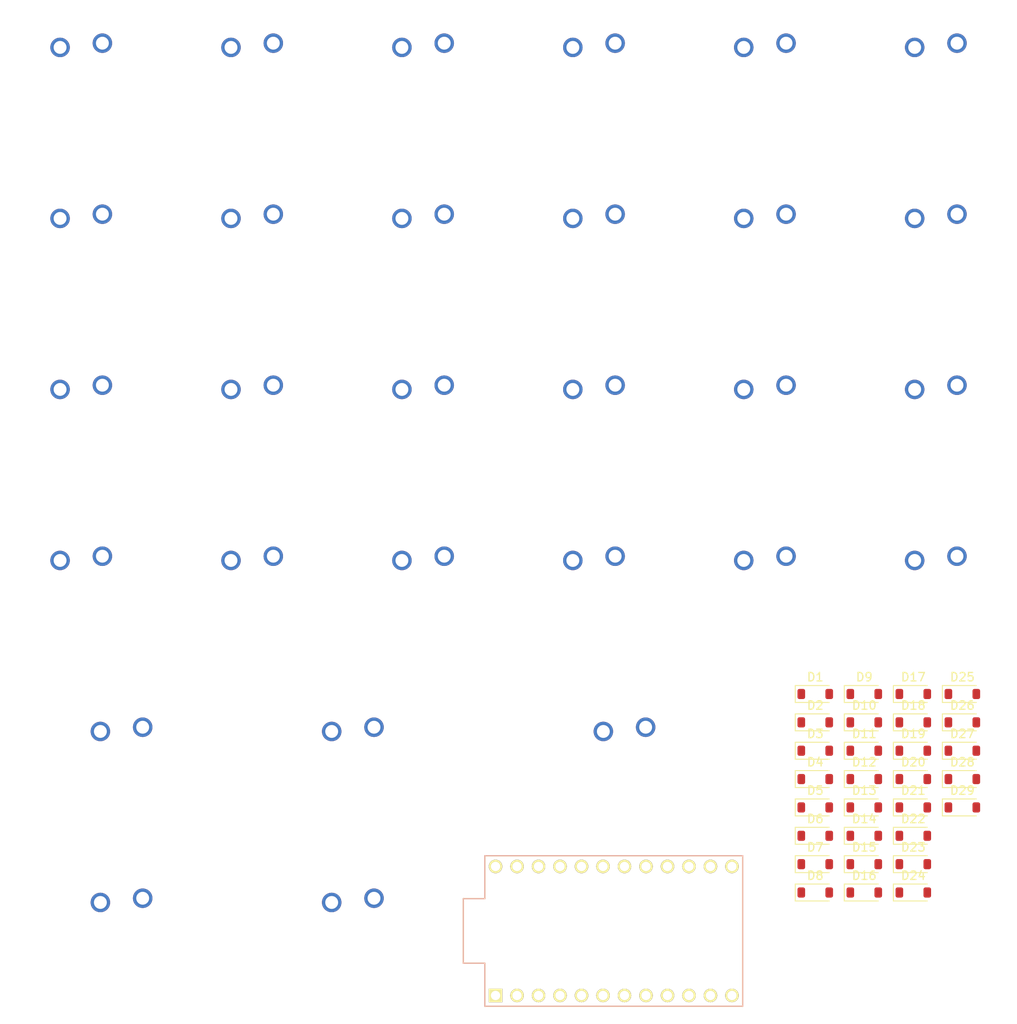
<source format=kicad_pcb>
(kicad_pcb (version 20221018) (generator pcbnew)
  (layers (0 "F.Cu" signal) (31 "B.Cu" signal) (34 "B.Paste" user) (35 "F.Paste" user) (36 "B.SilkS" user "B.Silkscreen") (37 "F.SilkS" user "F.Silkscreen") (38 "B.Mask" user) (39 "F.Mask" user) (44 "Edge.Cuts" user))
  (net 0 "")
  (net 1 "row0")
  (net 2 "Net-(D1-A)")
  (net 3 "Net-(D2-A)")
  (net 4 "Net-(D3-A)")
  (net 5 "Net-(D4-A)")
  (net 6 "Net-(D5-A)")
  (net 7 "Net-(D6-A)")
  (net 8 "Net-(D7-A)")
  (net 9 "Net-(D8-A)")
  (net 10 "Net-(D9-A)")
  (net 11 "row1")
  (net 12 "Net-(D10-A)")
  (net 13 "row2")
  (net 14 "Net-(D11-A)")
  (net 15 "Net-(D12-A)")
  (net 16 "Net-(D13-A)")
  (net 17 "Net-(D14-A)")
  (net 18 "Net-(D15-A)")
  (net 19 "Net-(D16-A)")
  (net 20 "Net-(D17-A)")
  (net 21 "Net-(D18-A)")
  (net 22 "Net-(D19-A)")
  (net 23 "Net-(D20-A)")
  (net 24 "Net-(D21-A)")
  (net 25 "Net-(D22-A)")
  (net 26 "Net-(D23-A)")
  (net 27 "Net-(D24-A)")
  (net 28 "Net-(D25-A)")
  (net 29 "Net-(D26-A)")
  (net 30 "Net-(D27-A)")
  (net 31 "Net-(D28-A)")
  (net 32 "Net-(D29-A)")
  (net 33 "col0")
  (net 34 "col1")
  (net 35 "col2")
  (net 36 "col3")
  (net 37 "col4")
  (net 38 "col5")
  (net 39 "col6")
  (net 40 "col7")
  (net 41 "col8")
  (net 42 "col9")
  (footprint "Alps_Solderable:Alps-Solderable-1U" (layer "F.Cu") (at 138.65 112.095)
    (fp_text reference "SW9")
    (fp_text value "SW_Push")
    (pad "1" thru_hole circle (at -2.5 -4) (size 2.3 2.3) (drill 1.524) (layers "*.Cu" "B.Mask") (net 32 "Net-(D29-A)"))
    (pad "2" thru_hole circle (at 2.5 -4.5) (size 2.3 2.3) (drill 1.524) (layers "*.Cu" "B.Mask") (net 41 "col8"))
  )
  (footprint "Alps_Solderable:Alps-Solderable-1U" (layer "F.Cu") (at 199.25 91.895)
    (fp_text reference "SW23")
    (fp_text value "SW_Push")
    (pad "1" thru_hole circle (at -2.5 -4) (size 2.3 2.3) (drill 1.524) (layers "*.Cu" "B.Mask") (net 26 "Net-(D23-A)"))
    (pad "2" thru_hole circle (at 2.5 -4.5) (size 2.3 2.3) (drill 1.524) (layers "*.Cu" "B.Mask") (net 39 "col6"))
  )
  (footprint "Alps_Solderable:Alps-Solderable-1U" (layer "F.Cu") (at 158.85 91.895)
    (fp_text reference "SW14")
    (fp_text value "SW_Push")
    (pad "1" thru_hole circle (at -2.5 -4) (size 2.3 2.3) (drill 1.524) (layers "*.Cu" "B.Mask") (net 20 "Net-(D17-A)"))
    (pad "2" thru_hole circle (at 2.5 -4.5) (size 2.3 2.3) (drill 1.524) (layers "*.Cu" "B.Mask") (net 36 "col3"))
  )
  (footprint "Diode_SMD:D_SOD-123" (layer "F.Cu") (at 216.79 137.27)
    (fp_text reference "D21" (at 0 -2) (layer "F.SilkS"))
    (fp_text value "D_Small")
    (fp_line (start -2.36 -1) (end -2.36 1) (stroke (width 0.12)) (layer "F.SilkS"))
    (fp_line (start -2.36 -1) (end 1.65 -1) (stroke (width 0.12)) (layer "F.SilkS"))
    (fp_line (start -2.36 1) (end 1.65 1) (stroke (width 0.12)) (layer "F.SilkS"))
    (pad "1" smd roundrect (at -1.65 0) (size 0.9 1.2) (layers "F.Cu" "F.Paste" "F.Mask") (net 13 "row2"))
    (pad "2" smd roundrect (at 1.65 0) (size 0.9 1.2) (layers "F.Cu" "F.Paste" "F.Mask") (net 24 "Net-(D21-A)"))
  )
  (footprint "Diode_SMD:D_SOD-123" (layer "F.Cu") (at 216.79 133.92)
    (fp_text reference "D20" (at 0 -2) (layer "F.SilkS"))
    (fp_text value "D_Small")
    (fp_line (start -2.36 -1) (end -2.36 1) (stroke (width 0.12)) (layer "F.SilkS"))
    (fp_line (start -2.36 -1) (end 1.65 -1) (stroke (width 0.12)) (layer "F.SilkS"))
    (fp_line (start -2.36 1) (end 1.65 1) (stroke (width 0.12)) (layer "F.SilkS"))
    (pad "1" smd roundrect (at -1.65 0) (size 0.9 1.2) (layers "F.Cu" "F.Paste" "F.Mask") (net 11 "row1"))
    (pad "2" smd roundrect (at 1.65 0) (size 0.9 1.2) (layers "F.Cu" "F.Paste" "F.Mask") (net 23 "Net-(D20-A)"))
  )
  (footprint "Alps_Solderable:Alps-Solderable-1U" (layer "F.Cu") (at 179.05 112.095)
    (fp_text reference "SW19")
    (fp_text value "SW_Push")
    (pad "1" thru_hole circle (at -2.5 -4) (size 2.3 2.3) (drill 1.524) (layers "*.Cu" "B.Mask") (net 21 "Net-(D18-A)"))
    (pad "2" thru_hole circle (at 2.5 -4.5) (size 2.3 2.3) (drill 1.524) (layers "*.Cu" "B.Mask") (net 37 "col4"))
  )
  (footprint "Diode_SMD:D_SOD-123" (layer "F.Cu") (at 205.2 143.97)
    (fp_text reference "D7" (at 0 -2) (layer "F.SilkS"))
    (fp_text value "D_Small")
    (fp_line (start -2.36 -1) (end -2.36 1) (stroke (width 0.12)) (layer "F.SilkS"))
    (fp_line (start -2.36 -1) (end 1.65 -1) (stroke (width 0.12)) (layer "F.SilkS"))
    (fp_line (start -2.36 1) (end 1.65 1) (stroke (width 0.12)) (layer "F.SilkS"))
    (pad "1" smd roundrect (at -1.65 0) (size 0.9 1.2) (layers "F.Cu" "F.Paste" "F.Mask") (net 1 "row0"))
    (pad "2" smd roundrect (at 1.65 0) (size 0.9 1.2) (layers "F.Cu" "F.Paste" "F.Mask") (net 8 "Net-(D7-A)"))
  )
  (footprint "Diode_SMD:D_SOD-123" (layer "F.Cu") (at 222.585 127.22)
    (fp_text reference "D26" (at 0 -2) (layer "F.SilkS"))
    (fp_text value "D_Small")
    (fp_line (start -2.36 -1) (end -2.36 1) (stroke (width 0.12)) (layer "F.SilkS"))
    (fp_line (start -2.36 -1) (end 1.65 -1) (stroke (width 0.12)) (layer "F.SilkS"))
    (fp_line (start -2.36 1) (end 1.65 1) (stroke (width 0.12)) (layer "F.SilkS"))
    (pad "1" smd roundrect (at -1.65 0) (size 0.9 1.2) (layers "F.Cu" "F.Paste" "F.Mask") (net 11 "row1"))
    (pad "2" smd roundrect (at 1.65 0) (size 0.9 1.2) (layers "F.Cu" "F.Paste" "F.Mask") (net 29 "Net-(D26-A)"))
  )
  (footprint "Diode_SMD:D_SOD-123" (layer "F.Cu") (at 210.995 127.22)
    (fp_text reference "D10" (at 0 -2) (layer "F.SilkS"))
    (fp_text value "D_Small")
    (fp_line (start -2.36 -1) (end -2.36 1) (stroke (width 0.12)) (layer "F.SilkS"))
    (fp_line (start -2.36 -1) (end 1.65 -1) (stroke (width 0.12)) (layer "F.SilkS"))
    (fp_line (start -2.36 1) (end 1.65 1) (stroke (width 0.12)) (layer "F.SilkS"))
    (pad "1" smd roundrect (at -1.65 0) (size 0.9 1.2) (layers "F.Cu" "F.Paste" "F.Mask") (net 11 "row1"))
    (pad "2" smd roundrect (at 1.65 0) (size 0.9 1.2) (layers "F.Cu" "F.Paste" "F.Mask") (net 12 "Net-(D10-A)"))
  )
  (footprint "Alps_Solderable:Alps-Solderable-1U" (layer "F.Cu") (at 179.05 51.495)
    (fp_text reference "SW16")
    (fp_text value "SW_Push")
    (pad "1" thru_hole circle (at -2.5 -4) (size 2.3 2.3) (drill 1.524) (layers "*.Cu" "B.Mask") (net 9 "Net-(D8-A)"))
    (pad "2" thru_hole circle (at 2.5 -4.5) (size 2.3 2.3) (drill 1.524) (layers "*.Cu" "B.Mask") (net 34 "col1"))
  )
  (footprint "Alps_Solderable:Alps-Solderable-1.5U" (layer "F.Cu") (at 123.2125 132.295)
    (fp_text reference "SW1")
    (fp_text value "SW_Push")
    (pad "1" thru_hole circle (at -2.5 -4) (size 2.3 2.3) (drill 1.524) (layers "*.Cu" "B.Mask") (net 14 "Net-(D11-A)"))
    (pad "2" thru_hole circle (at 2.5 -4.5) (size 2.3 2.3) (drill 1.524) (layers "*.Cu" "B.Mask") (net 33 "col0"))
  )
  (footprint "Alps_Solderable:Alps-Solderable-1U" (layer "F.Cu") (at 179.05 71.695)
    (fp_text reference "SW17")
    (fp_text value "SW_Push")
    (pad "1" thru_hole circle (at -2.5 -4) (size 2.3 2.3) (drill 1.524) (layers "*.Cu" "B.Mask") (net 8 "Net-(D7-A)"))
    (pad "2" thru_hole circle (at 2.5 -4.5) (size 2.3 2.3) (drill 1.524) (layers "*.Cu" "B.Mask") (net 35 "col2"))
  )
  (footprint "Diode_SMD:D_SOD-123" (layer "F.Cu") (at 216.79 127.22)
    (fp_text reference "D18" (at 0 -2) (layer "F.SilkS"))
    (fp_text value "D_Small")
    (fp_line (start -2.36 -1) (end -2.36 1) (stroke (width 0.12)) (layer "F.SilkS"))
    (fp_line (start -2.36 -1) (end 1.65 -1) (stroke (width 0.12)) (layer "F.SilkS"))
    (fp_line (start -2.36 1) (end 1.65 1) (stroke (width 0.12)) (layer "F.SilkS"))
    (pad "1" smd roundrect (at -1.65 0) (size 0.9 1.2) (layers "F.Cu" "F.Paste" "F.Mask") (net 11 "row1"))
    (pad "2" smd roundrect (at 1.65 0) (size 0.9 1.2) (layers "F.Cu" "F.Paste" "F.Mask") (net 21 "Net-(D18-A)"))
  )
  (footprint "Diode_SMD:D_SOD-123" (layer "F.Cu") (at 205.2 140.62)
    (fp_text reference "D6" (at 0 -2) (layer "F.SilkS"))
    (fp_text value "D_Small")
    (fp_line (start -2.36 -1) (end -2.36 1) (stroke (width 0.12)) (layer "F.SilkS"))
    (fp_line (start -2.36 -1) (end 1.65 -1) (stroke (width 0.12)) (layer "F.SilkS"))
    (fp_line (start -2.36 1) (end 1.65 1) (stroke (width 0.12)) (layer "F.SilkS"))
    (pad "1" smd roundrect (at -1.65 0) (size 0.9 1.2) (layers "F.Cu" "F.Paste" "F.Mask") (net 1 "row0"))
    (pad "2" smd roundrect (at 1.65 0) (size 0.9 1.2) (layers "F.Cu" "F.Paste" "F.Mask") (net 7 "Net-(D6-A)"))
  )
  (footprint "Diode_SMD:D_SOD-123" (layer "F.Cu") (at 222.585 133.92)
    (fp_text reference "D28" (at 0 -2) (layer "F.SilkS"))
    (fp_text value "D_Small")
    (fp_line (start -2.36 -1) (end -2.36 1) (stroke (width 0.12)) (layer "F.SilkS"))
    (fp_line (start -2.36 -1) (end 1.65 -1) (stroke (width 0.12)) (layer "F.SilkS"))
    (fp_line (start -2.36 1) (end 1.65 1) (stroke (width 0.12)) (layer "F.SilkS"))
    (pad "1" smd roundrect (at -1.65 0) (size 0.9 1.2) (layers "F.Cu" "F.Paste" "F.Mask") (net 13 "row2"))
    (pad "2" smd roundrect (at 1.65 0) (size 0.9 1.2) (layers "F.Cu" "F.Paste" "F.Mask") (net 31 "Net-(D28-A)"))
  )
  (footprint "Diode_SMD:D_SOD-123" (layer "F.Cu") (at 216.79 143.97)
    (fp_text reference "D23" (at 0 -2) (layer "F.SilkS"))
    (fp_text value "D_Small")
    (fp_line (start -2.36 -1) (end -2.36 1) (stroke (width 0.12)) (layer "F.SilkS"))
    (fp_line (start -2.36 -1) (end 1.65 -1) (stroke (width 0.12)) (layer "F.SilkS"))
    (fp_line (start -2.36 1) (end 1.65 1) (stroke (width 0.12)) (layer "F.SilkS"))
    (pad "1" smd roundrect (at -1.65 0) (size 0.9 1.2) (layers "F.Cu" "F.Paste" "F.Mask") (net 11 "row1"))
    (pad "2" smd roundrect (at 1.65 0) (size 0.9 1.2) (layers "F.Cu" "F.Paste" "F.Mask") (net 26 "Net-(D23-A)"))
  )
  (footprint "Alps_Solderable:Alps-Solderable-1U" (layer "F.Cu") (at 179.05 91.895)
    (fp_text reference "SW18")
    (fp_text value "SW_Push")
    (pad "1" thru_hole circle (at -2.5 -4) (size 2.3 2.3) (drill 1.524) (layers "*.Cu" "B.Mask") (net 7 "Net-(D6-A)"))
    (pad "2" thru_hole circle (at 2.5 -4.5) (size 2.3 2.3) (drill 1.524) (layers "*.Cu" "B.Mask") (net 36 "col3"))
  )
  (footprint "Diode_SMD:D_SOD-123" (layer "F.Cu") (at 216.79 147.32)
    (fp_text reference "D24" (at 0 -2) (layer "F.SilkS"))
    (fp_text value "D_Small")
    (fp_line (start -2.36 -1) (end -2.36 1) (stroke (width 0.12)) (layer "F.SilkS"))
    (fp_line (start -2.36 -1) (end 1.65 -1) (stroke (width 0.12)) (layer "F.SilkS"))
    (fp_line (start -2.36 1) (end 1.65 1) (stroke (width 0.12)) (layer "F.SilkS"))
    (pad "1" smd roundrect (at -1.65 0) (size 0.9 1.2) (layers "F.Cu" "F.Paste" "F.Mask") (net 13 "row2"))
    (pad "2" smd roundrect (at 1.65 0) (size 0.9 1.2) (layers "F.Cu" "F.Paste" "F.Mask") (net 27 "Net-(D24-A)"))
  )
  (footprint "promicro:ProMicro" (layer "F.Cu") (at 181.385 151.86)
    (fp_text reference "U1" hide)
    (fp_text value "ProMicro")
    (fp_line (start -17.78 -3.81) (end -15.24 -3.81) (stroke (width 0.15)) (layer "B.SilkS"))
    (fp_line (start -17.78 3.81) (end -17.78 -3.81) (stroke (width 0.15)) (layer "B.SilkS"))
    (fp_line (start -15.24 -8.89) (end 15.24 -8.89) (stroke (width 0.15)) (layer "B.SilkS"))
    (fp_line (start -15.24 -3.81) (end -15.24 -8.89) (stroke (width 0.15)) (layer "B.SilkS"))
    (fp_line (start -15.24 3.81) (end -17.78 3.81) (stroke (width 0.15)) (layer "B.SilkS"))
    (fp_line (start -15.24 8.89) (end -15.24 3.81) (stroke (width 0.15)) (layer "B.SilkS"))
    (fp_line (start 15.24 -8.89) (end 15.24 8.89) (stroke (width 0.15)) (layer "B.SilkS"))
    (fp_line (start 15.24 8.89) (end -15.24 8.89) (stroke (width 0.15)) (layer "B.SilkS"))
    (fp_line (start -17.78 -3.81) (end -15.24 -3.81) (stroke (width 0.15)) (layer "F.SilkS"))
    (fp_line (start -17.78 3.81) (end -17.78 -3.81) (stroke (width 0.15)) (layer "F.SilkS"))
    (fp_line (start -15.24 -8.89) (end 15.24 -8.89) (stroke (width 0.15)) (layer "F.SilkS"))
    (fp_line (start -15.24 -3.81) (end -15.24 -8.89) (stroke (width 0.15)) (layer "F.SilkS"))
    (fp_line (start -15.24 3.81) (end -17.78 3.81) (stroke (width 0.15)) (layer "F.SilkS"))
    (fp_line (start -15.24 8.89) (end -15.24 3.81) (stroke (width 0.15)) (layer "F.SilkS"))
    (fp_line (start -15.24 8.89) (end 15.24 8.89) (stroke (width 0.15)) (layer "F.SilkS"))
    (fp_line (start 15.24 -8.89) (end 15.24 8.89) (stroke (width 0.15)) (layer "F.SilkS"))
    (pad "1" thru_hole rect (at -13.97 7.62) (size 1.6 1.6) (drill 1.1) (layers "*.Cu" "*.Mask" "F.SilkS"))
    (pad "2" thru_hole circle (at -11.43 7.62) (size 1.6 1.6) (drill 1.1) (layers "*.Cu" "*.Mask" "F.SilkS"))
    (pad "3" thru_hole circle (at -8.89 7.62) (size 1.6 1.6) (drill 1.1) (layers "*.Cu" "*.Mask" "F.SilkS"))
    (pad "4" thru_hole circle (at -6.35 7.62) (size 1.6 1.6) (drill 1.1) (layers "*.Cu" "*.Mask" "F.SilkS"))
    (pad "5" thru_hole circle (at -3.81 7.62) (size 1.6 1.6) (drill 1.1) (layers "*.Cu" "*.Mask" "F.SilkS"))
    (pad "6" thru_hole circle (at -1.27 7.62) (size 1.6 1.6) (drill 1.1) (layers "*.Cu" "*.Mask" "F.SilkS"))
    (pad "7" thru_hole circle (at 1.27 7.62) (size 1.6 1.6) (drill 1.1) (layers "*.Cu" "*.Mask" "F.SilkS"))
    (pad "8" thru_hole circle (at 3.81 7.62) (size 1.6 1.6) (drill 1.1) (layers "*.Cu" "*.Mask" "F.SilkS"))
    (pad "9" thru_hole circle (at 6.35 7.62) (size 1.6 1.6) (drill 1.1) (layers "*.Cu" "*.Mask" "F.SilkS"))
    (pad "10" thru_hole circle (at 8.89 7.62) (size 1.6 1.6) (drill 1.1) (layers "*.Cu" "*.Mask" "F.SilkS"))
    (pad "11" thru_hole circle (at 11.43 7.62) (size 1.6 1.6) (drill 1.1) (layers "*.Cu" "*.Mask" "F.SilkS"))
    (pad "12" thru_hole circle (at 13.97 7.62) (size 1.6 1.6) (drill 1.1) (layers "*.Cu" "*.Mask" "F.SilkS"))
    (pad "13" thru_hole circle (at 13.97 -7.62) (size 1.6 1.6) (drill 1.1) (layers "*.Cu" "*.Mask" "F.SilkS"))
    (pad "14" thru_hole circle (at 11.43 -7.62) (size 1.6 1.6) (drill 1.1) (layers "*.Cu" "*.Mask" "F.SilkS"))
    (pad "15" thru_hole circle (at 8.89 -7.62) (size 1.6 1.6) (drill 1.1) (layers "*.Cu" "*.Mask" "F.SilkS"))
    (pad "16" thru_hole circle (at 6.35 -7.62) (size 1.6 1.6) (drill 1.1) (layers "*.Cu" "*.Mask" "F.SilkS"))
    (pad "17" thru_hole circle (at 3.81 -7.62) (size 1.6 1.6) (drill 1.1) (layers "*.Cu" "*.Mask" "F.SilkS"))
    (pad "18" thru_hole circle (at 1.27 -7.62) (size 1.6 1.6) (drill 1.1) (layers "*.Cu" "*.Mask" "F.SilkS"))
    (pad "19" thru_hole circle (at -1.27 -7.62) (size 1.6 1.6) (drill 1.1) (layers "*.Cu" "*.Mask" "F.SilkS"))
    (pad "20" thru_hole circle (at -3.81 -7.62) (size 1.6 1.6) (drill 1.1) (layers "*.Cu" "*.Mask" "F.SilkS"))
    (pad "21" thru_hole circle (at -6.35 -7.62) (size 1.6 1.6) (drill 1.1) (layers "*.Cu" "*.Mask" "F.SilkS"))
    (pad "22" thru_hole circle (at -8.89 -7.62) (size 1.6 1.6) (drill 1.1) (layers "*.Cu" "*.Mask" "F.SilkS"))
    (pad "23" thru_hole circle (at -11.43 -7.62) (size 1.6 1.6) (drill 1.1) (layers "*.Cu" "*.Mask" "F.SilkS"))
    (pad "24" thru_hole circle (at -13.97 -7.62) (size 1.6 1.6) (drill 1.1) (layers "*.Cu" "*.Mask" "F.SilkS"))
  )
  (footprint "Diode_SMD:D_SOD-123" (layer "F.Cu") (at 222.585 123.87)
    (fp_text reference "D25" (at 0 -2) (layer "F.SilkS"))
    (fp_text value "D_Small")
    (fp_line (start -2.36 -1) (end -2.36 1) (stroke (width 0.12)) (layer "F.SilkS"))
    (fp_line (start -2.36 -1) (end 1.65 -1) (stroke (width 0.12)) (layer "F.SilkS"))
    (fp_line (start -2.36 1) (end 1.65 1) (stroke (width 0.12)) (layer "F.SilkS"))
    (pad "1" smd roundrect (at -1.65 0) (size 0.9 1.2) (layers "F.Cu" "F.Paste" "F.Mask") (net 11 "row1"))
    (pad "2" smd roundrect (at 1.65 0) (size 0.9 1.2) (layers "F.Cu" "F.Paste" "F.Mask") (net 28 "Net-(D25-A)"))
  )
  (footprint "Alps_Solderable:Alps-Solderable-1U" (layer "F.Cu") (at 118.45 91.895)
    (fp_text reference "SW4")
    (fp_text value "SW_Push")
    (pad "1" thru_hole circle (at -2.5 -4) (size 2.3 2.3) (drill 1.524) (layers "*.Cu" "B.Mask") (net 19 "Net-(D16-A)"))
    (pad "2" thru_hole circle (at 2.5 -4.5) (size 2.3 2.3) (drill 1.524) (layers "*.Cu" "B.Mask") (net 36 "col3"))
  )
  (footprint "Diode_SMD:D_SOD-123" (layer "F.Cu") (at 205.2 137.27)
    (fp_text reference "D5" (at 0 -2) (layer "F.SilkS"))
    (fp_text value "D_Small")
    (fp_line (start -2.36 -1) (end -2.36 1) (stroke (width 0.12)) (layer "F.SilkS"))
    (fp_line (start -2.36 -1) (end 1.65 -1) (stroke (width 0.12)) (layer "F.SilkS"))
    (fp_line (start -2.36 1) (end 1.65 1) (stroke (width 0.12)) (layer "F.SilkS"))
    (pad "1" smd roundrect (at -1.65 0) (size 0.9 1.2) (layers "F.Cu" "F.Paste" "F.Mask") (net 1 "row0"))
    (pad "2" smd roundrect (at 1.65 0) (size 0.9 1.2) (layers "F.Cu" "F.Paste" "F.Mask") (net 6 "Net-(D5-A)"))
  )
  (footprint "Alps_Solderable:Alps-Solderable-1U" (layer "F.Cu") (at 158.85 112.095)
    (fp_text reference "SW15")
    (fp_text value "SW_Push")
    (pad "1" thru_hole circle (at -2.5 -4) (size 2.3 2.3) (drill 1.524) (layers "*.Cu" "B.Mask") (net 10 "Net-(D9-A)"))
    (pad "2" thru_hole circle (at 2.5 -4.5) (size 2.3 2.3) (drill 1.524) (layers "*.Cu" "B.Mask") (net 33 "col0"))
  )
  (footprint "Diode_SMD:D_SOD-123" (layer "F.Cu") (at 210.995 143.97)
    (fp_text reference "D15" (at 0 -2) (layer "F.SilkS"))
    (fp_text value "D_Small")
    (fp_line (start -2.36 -1) (end -2.36 1) (stroke (width 0.12)) (layer "F.SilkS"))
    (fp_line (start -2.36 -1) (end 1.65 -1) (stroke (width 0.12)) (layer "F.SilkS"))
    (fp_line (start -2.36 1) (end 1.65 1) (stroke (width 0.12)) (layer "F.SilkS"))
    (pad "1" smd roundrect (at -1.65 0) (size 0.9 1.2) (layers "F.Cu" "F.Paste" "F.Mask") (net 13 "row2"))
    (pad "2" smd roundrect (at 1.65 0) (size 0.9 1.2) (layers "F.Cu" "F.Paste" "F.Mask") (net 18 "Net-(D15-A)"))
  )
  (footprint "Alps_Solderable:Alps-Solderable-1U" (layer "F.Cu") (at 138.65 91.895)
    (fp_text reference "SW8")
    (fp_text value "SW_Push")
    (pad "1" thru_hole circle (at -2.5 -4) (size 2.3 2.3) (drill 1.524) (layers "*.Cu" "B.Mask") (net 27 "Net-(D24-A)"))
    (pad "2" thru_hole circle (at 2.5 -4.5) (size 2.3 2.3) (drill 1.524) (layers "*.Cu" "B.Mask") (net 40 "col7"))
  )
  (footprint "Alps_Solderable:Alps-Solderable-1.25U" (layer "F.Cu") (at 150.55125 152.495)
    (fp_text reference "SW20")
    (fp_text value "SW_Push")
    (pad "1" thru_hole circle (at -2.5 -4) (size 2.3 2.3) (drill 1.524) (layers "*.Cu" "B.Mask") (net 30 "Net-(D27-A)"))
    (pad "2" thru_hole circle (at 2.5 -4.5) (size 2.3 2.3) (drill 1.524) (layers "*.Cu" "B.Mask") (net 42 "col9"))
  )
  (footprint "Alps_Solderable:Alps-Solderable-1U" (layer "F.Cu") (at 118.45 112.095)
    (fp_text reference "SW5")
    (fp_text value "SW_Push")
    (pad "1" thru_hole circle (at -2.5 -4) (size 2.3 2.3) (drill 1.524) (layers "*.Cu" "B.Mask") (net 22 "Net-(D19-A)"))
    (pad "2" thru_hole circle (at 2.5 -4.5) (size 2.3 2.3) (drill 1.524) (layers "*.Cu" "B.Mask") (net 37 "col4"))
  )
  (footprint "Diode_SMD:D_SOD-123" (layer "F.Cu") (at 210.995 137.27)
    (fp_text reference "D13" (at 0 -2) (layer "F.SilkS"))
    (fp_text value "D_Small")
    (fp_line (start -2.36 -1) (end -2.36 1) (stroke (width 0.12)) (layer "F.SilkS"))
    (fp_line (start -2.36 -1) (end 1.65 -1) (stroke (width 0.12)) (layer "F.SilkS"))
    (fp_line (start -2.36 1) (end 1.65 1) (stroke (width 0.12)) (layer "F.SilkS"))
    (pad "1" smd roundrect (at -1.65 0) (size 0.9 1.2) (layers "F.Cu" "F.Paste" "F.Mask") (net 11 "row1"))
    (pad "2" smd roundrect (at 1.65 0) (size 0.9 1.2) (layers "F.Cu" "F.Paste" "F.Mask") (net 16 "Net-(D13-A)"))
  )
  (footprint "Diode_SMD:D_SOD-123" (layer "F.Cu") (at 216.79 130.57)
    (fp_text reference "D19" (at 0 -2) (layer "F.SilkS"))
    (fp_text value "D_Small")
    (fp_line (start -2.36 -1) (end -2.36 1) (stroke (width 0.12)) (layer "F.SilkS"))
    (fp_line (start -2.36 -1) (end 1.65 -1) (stroke (width 0.12)) (layer "F.SilkS"))
    (fp_line (start -2.36 1) (end 1.65 1) (stroke (width 0.12)) (layer "F.SilkS"))
    (pad "1" smd roundrect (at -1.65 0) (size 0.9 1.2) (layers "F.Cu" "F.Paste" "F.Mask") (net 13 "row2"))
    (pad "2" smd roundrect (at 1.65 0) (size 0.9 1.2) (layers "F.Cu" "F.Paste" "F.Mask") (net 22 "Net-(D19-A)"))
  )
  (footprint "Diode_SMD:D_SOD-123" (layer "F.Cu") (at 205.2 147.32)
    (fp_text reference "D8" (at 0 -2) (layer "F.SilkS"))
    (fp_text value "D_Small")
    (fp_line (start -2.36 -1) (end -2.36 1) (stroke (width 0.12)) (layer "F.SilkS"))
    (fp_line (start -2.36 -1) (end 1.65 -1) (stroke (width 0.12)) (layer "F.SilkS"))
    (fp_line (start -2.36 1) (end 1.65 1) (stroke (width 0.12)) (layer "F.SilkS"))
    (pad "1" smd roundrect (at -1.65 0) (size 0.9 1.2) (layers "F.Cu" "F.Paste" "F.Mask") (net 1 "row0"))
    (pad "2" smd roundrect (at 1.65 0) (size 0.9 1.2) (layers "F.Cu" "F.Paste" "F.Mask") (net 9 "Net-(D8-A)"))
  )
  (footprint "Diode_SMD:D_SOD-123" (layer "F.Cu") (at 205.2 133.92)
    (fp_text reference "D4" (at 0 -2) (layer "F.SilkS"))
    (fp_text value "D_Small")
    (fp_line (start -2.36 -1) (end -2.36 1) (stroke (width 0.12)) (layer "F.SilkS"))
    (fp_line (start -2.36 -1) (end 1.65 -1) (stroke (width 0.12)) (layer "F.SilkS"))
    (fp_line (start -2.36 1) (end 1.65 1) (stroke (width 0.12)) (layer "F.SilkS"))
    (pad "1" smd roundrect (at -1.65 0) (size 0.9 1.2) (layers "F.Cu" "F.Paste" "F.Mask") (net 1 "row0"))
    (pad "2" smd roundrect (at 1.65 0) (size 0.9 1.2) (layers "F.Cu" "F.Paste" "F.Mask") (net 5 "Net-(D4-A)"))
  )
  (footprint "Diode_SMD:D_SOD-123" (layer "F.Cu") (at 205.2 130.57)
    (fp_text reference "D3" (at 0 -2) (layer "F.SilkS"))
    (fp_text value "D_Small")
    (fp_line (start -2.36 -1) (end -2.36 1) (stroke (width 0.12)) (layer "F.SilkS"))
    (fp_line (start -2.36 -1) (end 1.65 -1) (stroke (width 0.12)) (layer "F.SilkS"))
    (fp_line (start -2.36 1) (end 1.65 1) (stroke (width 0.12)) (layer "F.SilkS"))
    (pad "1" smd roundrect (at -1.65 0) (size 0.9 1.2) (layers "F.Cu" "F.Paste" "F.Mask") (net 1 "row0"))
    (pad "2" smd roundrect (at 1.65 0) (size 0.9 1.2) (layers "F.Cu" "F.Paste" "F.Mask") (net 4 "Net-(D3-A)"))
  )
  (footprint "Alps_Solderable:Alps-Solderable-1U" (layer "F.Cu") (at 219.45 112.095)
    (fp_text reference "SW28")
    (fp_text value "SW_Push")
    (pad "1" thru_hole circle (at -2.5 -4) (size 2.3 2.3) (drill 1.524) (layers "*.Cu" "B.Mask") (net 6 "Net-(D5-A)"))
    (pad "2" thru_hole circle (at 2.5 -4.5) (size 2.3 2.3) (drill 1.524) (layers "*.Cu" "B.Mask") (net 42 "col9"))
  )
  (footprint "Diode_SMD:D_SOD-123" (layer "F.Cu") (at 210.995 133.92)
    (fp_text reference "D12" (at 0 -2) (layer "F.SilkS"))
    (fp_text value "D_Small")
    (fp_line (start -2.36 -1) (end -2.36 1) (stroke (width 0.12)) (layer "F.SilkS"))
    (fp_line (start -2.36 -1) (end 1.65 -1) (stroke (width 0.12)) (layer "F.SilkS"))
    (fp_line (start -2.36 1) (end 1.65 1) (stroke (width 0.12)) (layer "F.SilkS"))
    (pad "1" smd roundrect (at -1.65 0) (size 0.9 1.2) (layers "F.Cu" "F.Paste" "F.Mask") (net 13 "row2"))
    (pad "2" smd roundrect (at 1.65 0) (size 0.9 1.2) (layers "F.Cu" "F.Paste" "F.Mask") (net 15 "Net-(D12-A)"))
  )
  (footprint "Diode_SMD:D_SOD-123" (layer "F.Cu") (at 222.585 137.27)
    (fp_text reference "D29" (at 0 -2) (layer "F.SilkS"))
    (fp_text value "D_Small")
    (fp_line (start -2.36 -1) (end -2.36 1) (stroke (width 0.12)) (layer "F.SilkS"))
    (fp_line (start -2.36 -1) (end 1.65 -1) (stroke (width 0.12)) (layer "F.SilkS"))
    (fp_line (start -2.36 1) (end 1.65 1) (stroke (width 0.12)) (layer "F.SilkS"))
    (pad "1" smd roundrect (at -1.65 0) (size 0.9 1.2) (layers "F.Cu" "F.Paste" "F.Mask") (net 13 "row2"))
    (pad "2" smd roundrect (at 1.65 0) (size 0.9 1.2) (layers "F.Cu" "F.Paste" "F.Mask") (net 32 "Net-(D29-A)"))
  )
  (footprint "Alps_Solderable:Alps-Solderable-2U" (layer "F.Cu") (at 182.655 132.295)
    (fp_text reference "SW29")
    (fp_text value "SW_Push")
    (pad "1" thru_hole circle (at -2.5 -4) (size 2.3 2.3) (drill 1.524) (layers "*.Cu" "B.Mask") (net 2 "Net-(D1-A)"))
    (pad "2" thru_hole circle (at 2.5 -4.5) (size 2.3 2.3) (drill 1.524) (layers "*.Cu" "B.Mask") (net 37 "col4"))
  )
  (footprint "Alps_Solderable:Alps-Solderable-1U" (layer "F.Cu") (at 138.65 51.495)
    (fp_text reference "SW6")
    (fp_text value "SW_Push")
    (pad "1" thru_hole circle (at -2.5 -4) (size 2.3 2.3) (drill 1.524) (layers "*.Cu" "B.Mask") (net 24 "Net-(D21-A)"))
    (pad "2" thru_hole circle (at 2.5 -4.5) (size 2.3 2.3) (drill 1.524) (layers "*.Cu" "B.Mask") (net 38 "col5"))
  )
  (footprint "Alps_Solderable:Alps-Solderable-1U" (layer "F.Cu") (at 219.45 71.695)
    (fp_text reference "SW26")
    (fp_text value "SW_Push")
    (pad "1" thru_hole circle (at -2.5 -4) (size 2.3 2.3) (drill 1.524) (layers "*.Cu" "B.Mask") (net 4 "Net-(D3-A)"))
    (pad "2" thru_hole circle (at 2.5 -4.5) (size 2.3 2.3) (drill 1.524) (layers "*.Cu" "B.Mask") (net 40 "col7"))
  )
  (footprint "Alps_Solderable:Alps-Solderable-1U" (layer "F.Cu") (at 219.45 91.895)
    (fp_text reference "SW27")
    (fp_text value "SW_Push")
    (pad "1" thru_hole circle (at -2.5 -4) (size 2.3 2.3) (drill 1.524) (layers "*.Cu" "B.Mask") (net 5 "Net-(D4-A)"))
    (pad "2" thru_hole circle (at 2.5 -4.5) (size 2.3 2.3) (drill 1.524) (layers "*.Cu" "B.Mask") (net 41 "col8"))
  )
  (footprint "Diode_SMD:D_SOD-123" (layer "F.Cu") (at 205.2 127.22)
    (fp_text reference "D2" (at 0 -2) (layer "F.SilkS"))
    (fp_text value "D_Small")
    (fp_line (start -2.36 -1) (end -2.36 1) (stroke (width 0.12)) (layer "F.SilkS"))
    (fp_line (start -2.36 -1) (end 1.65 -1) (stroke (width 0.12)) (layer "F.SilkS"))
    (fp_line (start -2.36 1) (end 1.65 1) (stroke (width 0.12)) (layer "F.SilkS"))
    (pad "1" smd roundrect (at -1.65 0) (size 0.9 1.2) (layers "F.Cu" "F.Paste" "F.Mask") (net 1 "row0"))
    (pad "2" smd roundrect (at 1.65 0) (size 0.9 1.2) (layers "F.Cu" "F.Paste" "F.Mask") (net 3 "Net-(D2-A)"))
  )
  (footprint "Diode_SMD:D_SOD-123" (layer "F.Cu") (at 210.995 123.87)
    (fp_text reference "D9" (at 0 -2) (layer "F.SilkS"))
    (fp_text value "D_Small")
    (fp_line (start -2.36 -1) (end -2.36 1) (stroke (width 0.12)) (layer "F.SilkS"))
    (fp_line (start -2.36 -1) (end 1.65 -1) (stroke (width 0.12)) (layer "F.SilkS"))
    (fp_line (start -2.36 1) (end 1.65 1) (stroke (width 0.12)) (layer "F.SilkS"))
    (pad "1" smd roundrect (at -1.65 0) (size 0.9 1.2) (layers "F.Cu" "F.Paste" "F.Mask") (net 1 "row0"))
    (pad "2" smd roundrect (at 1.65 0) (size 0.9 1.2) (layers "F.Cu" "F.Paste" "F.Mask") (net 10 "Net-(D9-A)"))
  )
  (footprint "Alps_Solderable:Alps-Solderable-1U" (layer "F.Cu") (at 199.25 112.095)
    (fp_text reference "SW24")
    (fp_text value "SW_Push")
    (pad "1" thru_hole circle (at -2.5 -4) (size 2.3 2.3) (drill 1.524) (layers "*.Cu" "B.Mask") (net 23 "Net-(D20-A)"))
    (pad "2" thru_hole circle (at 2.5 -4.5) (size 2.3 2.3) (drill 1.524) (layers "*.Cu" "B.Mask") (net 38 "col5"))
  )
  (footprint "Alps_Solderable:Alps-Solderable-1.25U" (layer "F.Cu") (at 150.55125 132.295)
    (fp_text reference "SW11")
    (fp_text value "SW_Push")
    (pad "1" thru_hole circle (at -2.5 -4) (size 2.3 2.3) (drill 1.524) (layers "*.Cu" "B.Mask") (net 12 "Net-(D10-A)"))
    (pad "2" thru_hole circle (at 2.5 -4.5) (size 2.3 2.3) (drill 1.524) (layers "*.Cu" "B.Mask") (net 33 "col0"))
  )
  (footprint "Diode_SMD:D_SOD-123" (layer "F.Cu") (at 205.2 123.87)
    (fp_text reference "D1" (at 0 -2) (layer "F.SilkS"))
    (fp_text value "D_Small")
    (fp_line (start -2.36 -1) (end -2.36 1) (stroke (width 0.12)) (layer "F.SilkS"))
    (fp_line (start -2.36 -1) (end 1.65 -1) (stroke (width 0.12)) (layer "F.SilkS"))
    (fp_line (start -2.36 1) (end 1.65 1) (stroke (width 0.12)) (layer "F.SilkS"))
    (pad "1" smd roundrect (at -1.65 0) (size 0.9 1.2) (layers "F.Cu" "F.Paste" "F.Mask") (net 1 "row0"))
    (pad "2" smd roundrect (at 1.65 0) (size 0.9 1.2) (layers "F.Cu" "F.Paste" "F.Mask") (net 2 "Net-(D1-A)"))
  )
  (footprint "Alps_Solderable:Alps-Solderable-1U" (layer "F.Cu") (at 118.45 51.495)
    (fp_text reference "SW2")
    (fp_text value "SW_Push")
    (pad "1" thru_hole circle (at -2.5 -4) (size 2.3 2.3) (drill 1.524) (layers "*.Cu" "B.Mask") (net 15 "Net-(D12-A)"))
    (pad "2" thru_hole circle (at 2.5 -4.5) (size 2.3 2.3) (drill 1.524) (layers "*.Cu" "B.Mask") (net 34 "col1"))
  )
  (footprint "Alps_Solderable:Alps-Solderable-1U" (layer "F.Cu") (at 138.65 71.695)
    (fp_text reference "SW7")
    (fp_text value "SW_Push")
    (pad "1" thru_hole circle (at -2.5 -4) (size 2.3 2.3) (drill 1.524) (layers "*.Cu" "B.Mask") (net 25 "Net-(D22-A)"))
    (pad "2" thru_hole circle (at 2.5 -4.5) (size 2.3 2.3) (drill 1.524) (layers "*.Cu" "B.Mask") (net 39 "col6"))
  )
  (footprint "Alps_Solderable:Alps-Solderable-1U" (layer "F.Cu") (at 199.25 51.495)
    (fp_text reference "SW21")
    (fp_text value "SW_Push")
    (pad "1" thru_hole circle (at -2.5 -4) (size 2.3 2.3) (drill 1.524) (layers "*.Cu" "B.Mask") (net 29 "Net-(D26-A)"))
    (pad "2" thru_hole circle (at 2.5 -4.5) (size 2.3 2.3) (drill 1.524) (layers "*.Cu" "B.Mask") (net 41 "col8"))
  )
  (footprint "Alps_Solderable:Alps-Solderable-1U" (layer "F.Cu") (at 199.25 71.695)
    (fp_text reference "SW22")
    (fp_text value "SW_Push")
    (pad "1" thru_hole circle (at -2.5 -4) (size 2.3 2.3) (drill 1.524) (layers "*.Cu" "B.Mask") (net 28 "Net-(D25-A)"))
    (pad "2" thru_hole circle (at 2.5 -4.5) (size 2.3 2.3) (drill 1.524) (layers "*.Cu" "B.Mask") (net 40 "col7"))
  )
  (footprint "Diode_SMD:D_SOD-123" (layer "F.Cu") (at 210.995 130.57)
    (fp_text reference "D11" (at 0 -2) (layer "F.SilkS"))
    (fp_text value "D_Small")
    (fp_line (start -2.36 -1) (end -2.36 1) (stroke (width 0.12)) (layer "F.SilkS"))
    (fp_line (start -2.36 -1) (end 1.65 -1) (stroke (width 0.12)) (layer "F.SilkS"))
    (fp_line (start -2.36 1) (end 1.65 1) (stroke (width 0.12)) (layer "F.SilkS"))
    (pad "1" smd roundrect (at -1.65 0) (size 0.9 1.2) (layers "F.Cu" "F.Paste" "F.Mask") (net 13 "row2"))
    (pad "2" smd roundrect (at 1.65 0) (size 0.9 1.2) (layers "F.Cu" "F.Paste" "F.Mask") (net 14 "Net-(D11-A)"))
  )
  (footprint "Diode_SMD:D_SOD-123" (layer "F.Cu") (at 210.995 147.32)
    (fp_text reference "D16" (at 0 -2) (layer "F.SilkS"))
    (fp_text value "D_Small")
    (fp_line (start -2.36 -1) (end -2.36 1) (stroke (width 0.12)) (layer "F.SilkS"))
    (fp_line (start -2.36 -1) (end 1.65 -1) (stroke (width 0.12)) (layer "F.SilkS"))
    (fp_line (start -2.36 1) (end 1.65 1) (stroke (width 0.12)) (layer "F.SilkS"))
    (pad "1" smd roundrect (at -1.65 0) (size 0.9 1.2) (layers "F.Cu" "F.Paste" "F.Mask") (net 13 "row2"))
    (pad "2" smd roundrect (at 1.65 0) (size 0.9 1.2) (layers "F.Cu" "F.Paste" "F.Mask") (net 19 "Net-(D16-A)"))
  )
  (footprint "Alps_Solderable:Alps-Solderable-1.5U" (layer "F.Cu") (at 123.2125 152.495)
    (fp_text reference "SW10")
    (fp_text value "SW_Push")
    (pad "1" thru_hole circle (at -2.5 -4) (size 2.3 2.3) (drill 1.524) (layers "*.Cu" "B.Mask") (net 31 "Net-(D28-A)"))
    (pad "2" thru_hole circle (at 2.5 -4.5) (size 2.3 2.3) (drill 1.524) (layers "*.Cu" "B.Mask") (net 42 "col9"))
  )
  (footprint "Alps_Solderable:Alps-Solderable-1U" (layer "F.Cu") (at 219.45 51.495)
    (fp_text reference "SW25")
    (fp_text value "SW_Push")
    (pad "1" thru_hole circle (at -2.5 -4) (size 2.3 2.3) (drill 1.524) (layers "*.Cu" "B.Mask") (net 3 "Net-(D2-A)"))
    (pad "2" thru_hole circle (at 2.5 -4.5) (size 2.3 2.3) (drill 1.524) (layers "*.Cu" "B.Mask") (net 39 "col6"))
  )
  (footprint "Alps_Solderable:Alps-Solderable-1U" (layer "F.Cu") (at 158.85 71.695)
    (fp_text reference "SW13")
    (fp_text value "SW_Push")
    (pad "1" thru_hole circle (at -2.5 -4) (size 2.3 2.3) (drill 1.524) (layers "*.Cu" "B.Mask") (net 17 "Net-(D14-A)"))
    (pad "2" thru_hole circle (at 2.5 -4.5) (size 2.3 2.3) (drill 1.524) (layers "*.Cu" "B.Mask") (net 35 "col2"))
  )
  (footprint "Diode_SMD:D_SOD-123" (layer "F.Cu") (at 216.79 123.87)
    (fp_text reference "D17" (at 0 -2) (layer "F.SilkS"))
    (fp_text value "D_Small")
    (fp_line (start -2.36 -1) (end -2.36 1) (stroke (width 0.12)) (layer "F.SilkS"))
    (fp_line (start -2.36 -1) (end 1.65 -1) (stroke (width 0.12)) (layer "F.SilkS"))
    (fp_line (start -2.36 1) (end 1.65 1) (stroke (width 0.12)) (layer "F.SilkS"))
    (pad "1" smd roundrect (at -1.65 0) (size 0.9 1.2) (layers "F.Cu" "F.Paste" "F.Mask") (net 11 "row1"))
    (pad "2" smd roundrect (at 1.65 0) (size 0.9 1.2) (layers "F.Cu" "F.Paste" "F.Mask") (net 20 "Net-(D17-A)"))
  )
  (footprint "Diode_SMD:D_SOD-123" (layer "F.Cu") (at 210.995 140.62)
    (fp_text reference "D14" (at 0 -2) (layer "F.SilkS"))
    (fp_text value "D_Small")
    (fp_line (start -2.36 -1) (end -2.36 1) (stroke (width 0.12)) (layer "F.SilkS"))
    (fp_line (start -2.36 -1) (end 1.65 -1) (stroke (width 0.12)) (layer "F.SilkS"))
    (fp_line (start -2.36 1) (end 1.65 1) (stroke (width 0.12)) (layer "F.SilkS"))
    (pad "1" smd roundrect (at -1.65 0) (size 0.9 1.2) (layers "F.Cu" "F.Paste" "F.Mask") (net 11 "row1"))
    (pad "2" smd roundrect (at 1.65 0) (size 0.9 1.2) (layers "F.Cu" "F.Paste" "F.Mask") (net 17 "Net-(D14-A)"))
  )
  (footprint "Diode_SMD:D_SOD-123" (layer "F.Cu") (at 216.79 140.62)
    (fp_text reference "D22" (at 0 -2) (layer "F.SilkS"))
    (fp_text value "D_Small")
    (fp_line (start -2.36 -1) (end -2.36 1) (stroke (width 0.12)) (layer "F.SilkS"))
    (fp_line (start -2.36 -1) (end 1.65 -1) (stroke (width 0.12)) (layer "F.SilkS"))
    (fp_line (start -2.36 1) (end 1.65 1) (stroke (width 0.12)) (layer "F.SilkS"))
    (pad "1" smd roundrect (at -1.65 0) (size 0.9 1.2) (layers "F.Cu" "F.Paste" "F.Mask") (net 13 "row2"))
    (pad "2" smd roundrect (at 1.65 0) (size 0.9 1.2) (layers "F.Cu" "F.Paste" "F.Mask") (net 25 "Net-(D22-A)"))
  )
  (footprint "Alps_Solderable:Alps-Solderable-1U" (layer "F.Cu") (at 158.85 51.495)
    (fp_text reference "SW12")
    (fp_text value "SW_Push")
    (pad "1" thru_hole circle (at -2.5 -4) (size 2.3 2.3) (drill 1.524) (layers "*.Cu" "B.Mask") (net 16 "Net-(D13-A)"))
    (pad "2" thru_hole circle (at 2.5 -4.5) (size 2.3 2.3) (drill 1.524) (layers "*.Cu" "B.Mask") (net 34 "col1"))
  )
  (footprint "Alps_Solderable:Alps-Solderable-1U" (layer "F.Cu") (at 118.45 71.695)
    (fp_text reference "SW3")
    (fp_text value "SW_Push")
    (pad "1" thru_hole circle (at -2.5 -4) (size 2.3 2.3) (drill 1.524) (layers "*.Cu" "B.Mask") (net 18 "Net-(D15-A)"))
    (pad "2" thru_hole circle (at 2.5 -4.5) (size 2.3 2.3) (drill 1.524) (layers "*.Cu" "B.Mask") (net 35 "col2"))
  )
  (footprint "Diode_SMD:D_SOD-123" (layer "F.Cu") (at 222.585 130.57)
    (fp_text reference "D27" (at 0 -2) (layer "F.SilkS"))
    (fp_text value "D_Small")
    (fp_line (start -2.36 -1) (end -2.36 1) (stroke (width 0.12)) (layer "F.SilkS"))
    (fp_line (start -2.36 -1) (end 1.65 -1) (stroke (width 0.12)) (layer "F.SilkS"))
    (fp_line (start -2.36 1) (end 1.65 1) (stroke (width 0.12)) (layer "F.SilkS"))
    (pad "1" smd roundrect (at -1.65 0) (size 0.9 1.2) (layers "F.Cu" "F.Paste" "F.Mask") (net 11 "row1"))
    (pad "2" smd roundrect (at 1.65 0) (size 0.9 1.2) (layers "F.Cu" "F.Paste" "F.Mask") (net 30 "Net-(D27-A)"))
  )
)
</source>
